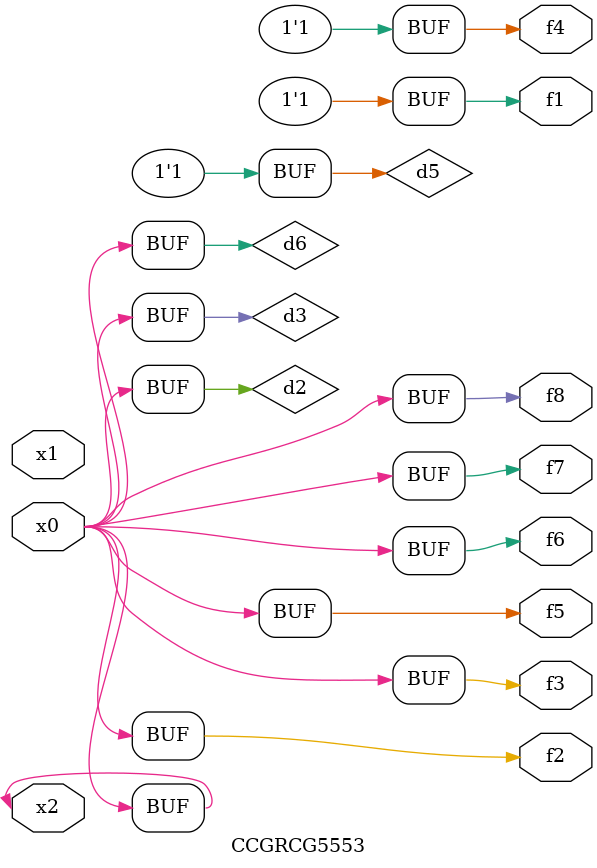
<source format=v>
module CCGRCG5553(
	input x0, x1, x2,
	output f1, f2, f3, f4, f5, f6, f7, f8
);

	wire d1, d2, d3, d4, d5, d6;

	xnor (d1, x2);
	buf (d2, x0, x2);
	and (d3, x0);
	xnor (d4, x1, x2);
	nand (d5, d1, d3);
	buf (d6, d2, d3);
	assign f1 = d5;
	assign f2 = d6;
	assign f3 = d6;
	assign f4 = d5;
	assign f5 = d6;
	assign f6 = d6;
	assign f7 = d6;
	assign f8 = d6;
endmodule

</source>
